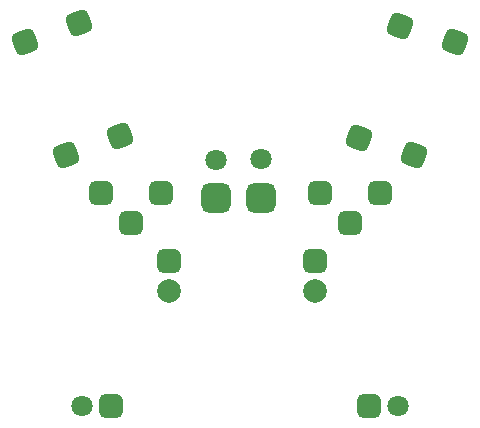
<source format=gbr>
%TF.GenerationSoftware,KiCad,Pcbnew,6.0.2+dfsg-1*%
%TF.CreationDate,2023-03-08T14:33:39+01:00*%
%TF.ProjectId,bunny,62756e6e-792e-46b6-9963-61645f706362,rev?*%
%TF.SameCoordinates,Original*%
%TF.FileFunction,Soldermask,Bot*%
%TF.FilePolarity,Negative*%
%FSLAX46Y46*%
G04 Gerber Fmt 4.6, Leading zero omitted, Abs format (unit mm)*
G04 Created by KiCad (PCBNEW 6.0.2+dfsg-1) date 2023-03-08 14:33:39*
%MOMM*%
%LPD*%
G01*
G04 APERTURE LIST*
G04 Aperture macros list*
%AMRoundRect*
0 Rectangle with rounded corners*
0 $1 Rounding radius*
0 $2 $3 $4 $5 $6 $7 $8 $9 X,Y pos of 4 corners*
0 Add a 4 corners polygon primitive as box body*
4,1,4,$2,$3,$4,$5,$6,$7,$8,$9,$2,$3,0*
0 Add four circle primitives for the rounded corners*
1,1,$1+$1,$2,$3*
1,1,$1+$1,$4,$5*
1,1,$1+$1,$6,$7*
1,1,$1+$1,$8,$9*
0 Add four rect primitives between the rounded corners*
20,1,$1+$1,$2,$3,$4,$5,0*
20,1,$1+$1,$4,$5,$6,$7,0*
20,1,$1+$1,$6,$7,$8,$9,0*
20,1,$1+$1,$8,$9,$2,$3,0*%
G04 Aperture macros list end*
%ADD10RoundRect,0.625000X0.625000X-0.625000X0.625000X0.625000X-0.625000X0.625000X-0.625000X-0.625000X0*%
%ADD11RoundRect,0.500000X0.500000X0.500000X-0.500000X0.500000X-0.500000X-0.500000X0.500000X-0.500000X0*%
%ADD12RoundRect,0.500000X-0.500000X-0.500000X0.500000X-0.500000X0.500000X0.500000X-0.500000X0.500000X0*%
%ADD13C,1.800000*%
%ADD14RoundRect,0.500000X-0.500000X0.500000X-0.500000X-0.500000X0.500000X-0.500000X0.500000X0.500000X0*%
%ADD15C,2.000000*%
%ADD16RoundRect,0.500000X-0.298836X0.640856X-0.640856X-0.298836X0.298836X-0.640856X0.640856X0.298836X0*%
%ADD17RoundRect,0.500000X-0.640856X0.298836X-0.298836X-0.640856X0.640856X-0.298836X0.298836X0.640856X0*%
G04 APERTURE END LIST*
D10*
%TO.C,J1*%
X144167500Y-67187500D03*
X147977500Y-67187500D03*
%TD*%
D11*
%TO.C,Q2*%
X158040000Y-66730000D03*
X155500000Y-69270000D03*
X152960000Y-66730000D03*
%TD*%
%TO.C,Q1*%
X139540000Y-66730000D03*
X137000000Y-69270000D03*
X134460000Y-66730000D03*
%TD*%
D12*
%TO.C,C2*%
X157100000Y-84800000D03*
D13*
X159600000Y-84800000D03*
%TD*%
D14*
%TO.C,D2*%
X152600000Y-72525000D03*
D15*
X152600000Y-75065000D03*
%TD*%
%TO.C,D1*%
X140200000Y-75065000D03*
D14*
X140200000Y-72525000D03*
%TD*%
D16*
%TO.C,R4*%
X164400000Y-54000000D03*
X160925075Y-63547277D03*
%TD*%
D17*
%TO.C,R1*%
X128000000Y-54000000D03*
X131474925Y-63547277D03*
%TD*%
D13*
%TO.C,*%
X144200000Y-64000000D03*
%TD*%
D16*
%TO.C,R3*%
X159800000Y-52600000D03*
X156325075Y-62147277D03*
%TD*%
D13*
%TO.C,*%
X148000000Y-63900000D03*
%TD*%
D17*
%TO.C,R2*%
X132600000Y-52400000D03*
X136074925Y-61947277D03*
%TD*%
D11*
%TO.C,C1*%
X135305113Y-84800000D03*
D13*
X132805113Y-84800000D03*
%TD*%
M02*

</source>
